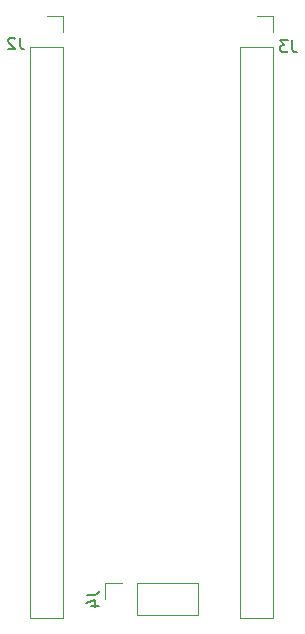
<source format=gbr>
%TF.GenerationSoftware,KiCad,Pcbnew,9.0.3*%
%TF.CreationDate,2025-12-07T00:49:16-08:00*%
%TF.ProjectId,pcb,7063622e-6b69-4636-9164-5f7063625858,rev?*%
%TF.SameCoordinates,Original*%
%TF.FileFunction,Legend,Bot*%
%TF.FilePolarity,Positive*%
%FSLAX46Y46*%
G04 Gerber Fmt 4.6, Leading zero omitted, Abs format (unit mm)*
G04 Created by KiCad (PCBNEW 9.0.3) date 2025-12-07 00:49:16*
%MOMM*%
%LPD*%
G01*
G04 APERTURE LIST*
%ADD10C,0.150000*%
%ADD11C,0.120000*%
G04 APERTURE END LIST*
D10*
X192003333Y-61139819D02*
X192003333Y-61854104D01*
X192003333Y-61854104D02*
X192050952Y-61996961D01*
X192050952Y-61996961D02*
X192146190Y-62092200D01*
X192146190Y-62092200D02*
X192289047Y-62139819D01*
X192289047Y-62139819D02*
X192384285Y-62139819D01*
X191574761Y-61235057D02*
X191527142Y-61187438D01*
X191527142Y-61187438D02*
X191431904Y-61139819D01*
X191431904Y-61139819D02*
X191193809Y-61139819D01*
X191193809Y-61139819D02*
X191098571Y-61187438D01*
X191098571Y-61187438D02*
X191050952Y-61235057D01*
X191050952Y-61235057D02*
X191003333Y-61330295D01*
X191003333Y-61330295D02*
X191003333Y-61425533D01*
X191003333Y-61425533D02*
X191050952Y-61568390D01*
X191050952Y-61568390D02*
X191622380Y-62139819D01*
X191622380Y-62139819D02*
X191003333Y-62139819D01*
X215053333Y-61379819D02*
X215053333Y-62094104D01*
X215053333Y-62094104D02*
X215100952Y-62236961D01*
X215100952Y-62236961D02*
X215196190Y-62332200D01*
X215196190Y-62332200D02*
X215339047Y-62379819D01*
X215339047Y-62379819D02*
X215434285Y-62379819D01*
X214672380Y-61379819D02*
X214053333Y-61379819D01*
X214053333Y-61379819D02*
X214386666Y-61760771D01*
X214386666Y-61760771D02*
X214243809Y-61760771D01*
X214243809Y-61760771D02*
X214148571Y-61808390D01*
X214148571Y-61808390D02*
X214100952Y-61856009D01*
X214100952Y-61856009D02*
X214053333Y-61951247D01*
X214053333Y-61951247D02*
X214053333Y-62189342D01*
X214053333Y-62189342D02*
X214100952Y-62284580D01*
X214100952Y-62284580D02*
X214148571Y-62332200D01*
X214148571Y-62332200D02*
X214243809Y-62379819D01*
X214243809Y-62379819D02*
X214529523Y-62379819D01*
X214529523Y-62379819D02*
X214624761Y-62332200D01*
X214624761Y-62332200D02*
X214672380Y-62284580D01*
X197679819Y-108341666D02*
X198394104Y-108341666D01*
X198394104Y-108341666D02*
X198536961Y-108294047D01*
X198536961Y-108294047D02*
X198632200Y-108198809D01*
X198632200Y-108198809D02*
X198679819Y-108055952D01*
X198679819Y-108055952D02*
X198679819Y-107960714D01*
X198013152Y-109246428D02*
X198679819Y-109246428D01*
X197632200Y-109008333D02*
X198346485Y-108770238D01*
X198346485Y-108770238D02*
X198346485Y-109389285D01*
D11*
%TO.C,J2*%
X192880000Y-61930000D02*
X192880000Y-110300000D01*
X195640000Y-110300000D02*
X192880000Y-110300000D01*
X195640000Y-61930000D02*
X192880000Y-61930000D01*
X195640000Y-61930000D02*
X195640000Y-110300000D01*
X195640000Y-60660000D02*
X195640000Y-59280000D01*
X195640000Y-59280000D02*
X194260000Y-59280000D01*
%TO.C,J3*%
X210655000Y-61925000D02*
X210655000Y-110295000D01*
X213415000Y-110295000D02*
X210655000Y-110295000D01*
X213415000Y-61925000D02*
X210655000Y-61925000D01*
X213415000Y-61925000D02*
X213415000Y-110295000D01*
X213415000Y-60655000D02*
X213415000Y-59275000D01*
X213415000Y-59275000D02*
X212035000Y-59275000D01*
%TO.C,J4*%
X207065000Y-107295000D02*
X207065000Y-110055000D01*
X201875000Y-107295000D02*
X207065000Y-107295000D01*
X201875000Y-107295000D02*
X201875000Y-110055000D01*
X201875000Y-110055000D02*
X207065000Y-110055000D01*
X200605000Y-107295001D02*
X199225000Y-107295000D01*
X199225000Y-107295000D02*
X199225001Y-108675000D01*
%TD*%
M02*

</source>
